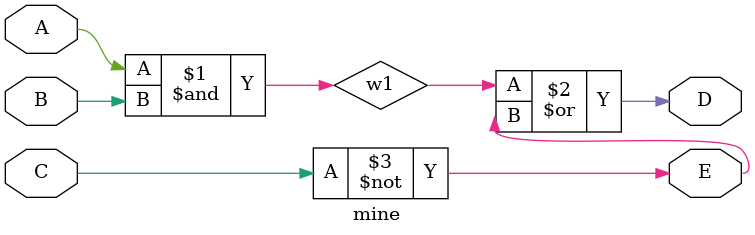
<source format=v>

module mine(A, B, C, D, E);

   output D, E;
   input  A, B, C;
   wire   w1;

   and G1(w1, A, B);
   not G2(E, C);
   or  G3(D, w1, E);

endmodule

</source>
